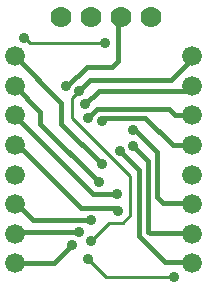
<source format=gbr>
G04 EAGLE Gerber RS-274X export*
G75*
%MOMM*%
%FSLAX34Y34*%
%LPD*%
%INBottom Copper*%
%IPPOS*%
%AMOC8*
5,1,8,0,0,1.08239X$1,22.5*%
G01*
%ADD10C,1.676400*%
%ADD11C,1.778000*%
%ADD12C,0.406400*%
%ADD13C,0.906400*%
%ADD14C,0.254000*%


D10*
X75000Y87500D03*
X75000Y62500D03*
X75000Y37500D03*
X75000Y12500D03*
X75000Y-12500D03*
X75000Y-37500D03*
X75000Y-62500D03*
X75000Y-87500D03*
X-75000Y-87500D03*
X-75000Y-62500D03*
X-75000Y-37500D03*
X-75000Y-12500D03*
X-75000Y12500D03*
X-75000Y37500D03*
X-75000Y62500D03*
X-75000Y87500D03*
D11*
X-35560Y120650D03*
X-10160Y120650D03*
X15240Y120650D03*
X40640Y120650D03*
D12*
X-75000Y-87500D02*
X-74870Y-87630D01*
X-41910Y-87630D02*
X-26670Y-72390D01*
X-41910Y-87630D02*
X-74870Y-87630D01*
D13*
X-26670Y-72390D03*
D12*
X-73930Y-62500D02*
X-75000Y-62500D01*
X-72390Y-60960D02*
X-20320Y-60960D01*
X-72390Y-60960D02*
X-73930Y-62500D01*
D13*
X-20320Y-60960D03*
D12*
X-72990Y-37500D02*
X-75000Y-37500D01*
X-59690Y-50800D02*
X-10160Y-50800D01*
X-59690Y-50800D02*
X-72990Y-37500D01*
D13*
X-10160Y-50800D03*
D12*
X-1270Y33020D02*
X1270Y35560D01*
X35560Y35560D01*
X58620Y12500D02*
X75000Y12500D01*
X58620Y12500D02*
X35560Y35560D01*
D13*
X-1270Y33020D03*
D12*
X-5080Y43180D02*
X-12700Y35560D01*
X74330Y37500D02*
X75000Y37500D01*
X55880Y43180D02*
X-5080Y43180D01*
X74930Y38100D02*
X74930Y37570D01*
X75000Y37500D01*
X60960Y38100D02*
X55880Y43180D01*
X60960Y38100D02*
X74930Y38100D01*
D13*
X-12700Y35560D03*
D12*
X74930Y62570D02*
X74930Y64770D01*
X74930Y62570D02*
X75000Y62500D01*
X-3810Y58420D02*
X-15240Y46990D01*
X-3810Y58420D02*
X71120Y58420D01*
X74930Y62230D01*
X74930Y62570D01*
D13*
X-15240Y46990D03*
D12*
X-20320Y58420D02*
X-11430Y67310D01*
X57150Y67310D01*
X74930Y87570D02*
X74930Y87630D01*
X74930Y87570D02*
X75000Y87500D01*
X74930Y85090D02*
X57150Y67310D01*
X74930Y85090D02*
X74930Y87570D01*
D14*
X5080Y-53340D02*
X-10160Y-68580D01*
X5080Y-53340D02*
X16510Y-53340D01*
X22860Y-46990D01*
X22860Y-13970D01*
X-26670Y35560D01*
X-26670Y52070D01*
X-20320Y58420D01*
D13*
X-20320Y58420D03*
X-10160Y-68580D03*
D12*
X30480Y-8890D02*
X13970Y7620D01*
X30480Y-8890D02*
X30480Y-64770D01*
X74930Y-86360D02*
X74930Y-87430D01*
X75000Y-87500D01*
X52070Y-86360D02*
X30480Y-64770D01*
X52070Y-86360D02*
X74930Y-86360D01*
D13*
X13970Y7620D03*
D12*
X-1270Y-3810D02*
X-35560Y30480D01*
X-75000Y87560D02*
X-74930Y87630D01*
X-75000Y87560D02*
X-75000Y87500D01*
X-35560Y48260D02*
X-35560Y30480D01*
X-35560Y48260D02*
X-74930Y87630D01*
D13*
X-1270Y-3810D03*
D12*
X-75000Y62300D02*
X-75000Y62500D01*
X-75000Y62300D02*
X-53340Y40640D01*
X-53340Y30480D01*
X-3810Y-19050D01*
D13*
X-3810Y-19050D03*
D14*
X-66040Y102870D02*
X-67310Y102870D01*
X-66040Y102870D02*
X-62230Y99060D01*
X1270Y99060D01*
D13*
X-67310Y102870D03*
X1270Y99060D03*
D12*
X-30480Y62230D02*
X-31750Y62230D01*
X12700Y118110D02*
X15240Y120650D01*
X-13970Y78740D02*
X-30480Y62230D01*
X-13970Y78740D02*
X7620Y78740D01*
X12700Y83820D01*
X12700Y118110D01*
D13*
X-31750Y62230D03*
D12*
X-72390Y12700D02*
X-72590Y12500D01*
X-75000Y12500D01*
X10160Y-40640D02*
X12700Y-43180D01*
X10160Y-40640D02*
X-19050Y-40640D01*
X-72390Y12700D01*
D13*
X12700Y-43180D03*
D12*
X-75000Y37500D02*
X-75600Y37500D01*
X-8890Y-29210D02*
X11430Y-29210D01*
X-8890Y-29210D02*
X-75600Y37500D01*
D13*
X11430Y-29210D03*
D14*
X2540Y-99060D02*
X59690Y-99060D01*
X2540Y-99060D02*
X-12700Y-83820D01*
D13*
X59690Y-99060D03*
X-12700Y-83820D03*
D12*
X25400Y25400D02*
X26670Y25400D01*
X45720Y6350D01*
X45720Y-31750D01*
X74930Y-36830D02*
X74930Y-37430D01*
X75000Y-37500D01*
X50800Y-36830D02*
X45720Y-31750D01*
X50800Y-36830D02*
X74930Y-36830D01*
D13*
X25400Y25400D03*
D12*
X25400Y11430D02*
X38100Y-1270D01*
X38100Y-60960D01*
X74930Y-62230D02*
X74930Y-62430D01*
X75000Y-62500D01*
X39370Y-62230D02*
X38100Y-60960D01*
X39370Y-62230D02*
X74930Y-62230D01*
D13*
X25400Y11430D03*
M02*

</source>
